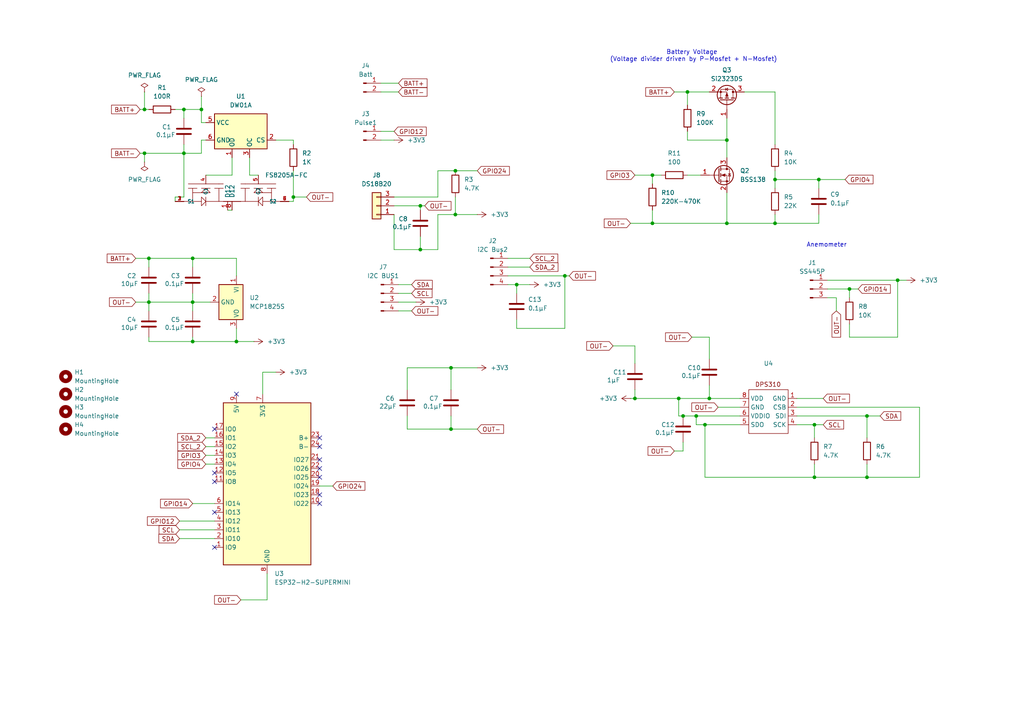
<source format=kicad_sch>
(kicad_sch (version 20250114) (generator "eeschema") (generator_version "9.0")
  (paper "A4")
  (lib_symbols
    (symbol "Battery_Management:DW01A"
      (property "Reference" "U" (at -6.604 6.35 0))
      (property "Value" "DW01A" (at 4.318 6.604 0))
      (symbol "DW01A_0_1"
        (pin power_in line (at -10.16 2.54 0) (length 2.54) (name "VCC") (number "5"))
        (pin power_in line (at -10.16 -2.54 0) (length 2.54) (name "GND") (number "6"))
        (pin output line (at -2.54 -7.62 90) (length 2.54) (name "OD") (number "1"))
        (pin output line (at 2.54 -7.62 90) (length 2.54) (name "OC") (number "3"))
        (pin input line (at 10.16 -2.54 180) (length 2.54) (name "CS") (number "2"))
      )
      (symbol "DW01A_1_1"
        (rectangle (start -7.62 5.08) (end 7.62 -5.08) (stroke (width 0.254)) (fill (type background)))
        (pin no_connect line (at 10.16 2.54 180) (length 2.54) (hide yes) (name "TD") (number "4"))
      )
    )
    (symbol "Connector:Conn_01x02_Pin" (pin_names (offset 1.016) (hide yes))
      (property "Reference" "J" (at 0 2.54 0))
      (property "Value" "Conn_01x02_Pin" (at 0 -5.08 0))
      (symbol "Conn_01x02_Pin_1_1"
        (rectangle (start 0.8636 0.127) (end 0 -0.127) (stroke (width 0.1524)) (fill (type outline)))
        (rectangle (start 0.8636 -2.413) (end 0 -2.667) (stroke (width 0.1524)) (fill (type outline)))
        (polyline (pts (xy 1.27 0) (xy 0.8636 0)) (stroke (width 0.1524)))
        (polyline (pts (xy 1.27 -2.54) (xy 0.8636 -2.54)) (stroke (width 0.1524)))
        (pin passive line (at 5.08 0 180) (length 3.81) (name "Pin_1") (number "1"))
        (pin passive line (at 5.08 -2.54 180) (length 3.81) (name "Pin_2") (number "2"))
      )
    )
    (symbol "Connector:Conn_01x03_Pin" (pin_names (offset 1.016) (hide yes))
      (property "Reference" "J" (at 0 5.08 0))
      (property "Value" "Conn_01x03_Pin" (at 0 -5.08 0))
      (symbol "Conn_01x03_Pin_1_1"
        (rectangle (start 0.8636 2.667) (end 0 2.413) (stroke (width 0.1524)) (fill (type outline)))
        (rectangle (start 0.8636 0.127) (end 0 -0.127) (stroke (width 0.1524)) (fill (type outline)))
        (rectangle (start 0.8636 -2.413) (end 0 -2.667) (stroke (width 0.1524)) (fill (type outline)))
        (polyline (pts (xy 1.27 2.54) (xy 0.8636 2.54)) (stroke (width 0.1524)))
        (polyline (pts (xy 1.27 0) (xy 0.8636 0)) (stroke (width 0.1524)))
        (polyline (pts (xy 1.27 -2.54) (xy 0.8636 -2.54)) (stroke (width 0.1524)))
        (pin passive line (at 5.08 2.54 180) (length 3.81) (name "Pin_1") (number "1"))
        (pin passive line (at 5.08 0 180) (length 3.81) (name "Pin_2") (number "2"))
        (pin passive line (at 5.08 -2.54 180) (length 3.81) (name "Pin_3") (number "3"))
      )
    )
    (symbol "Connector:Conn_01x04_Pin" (pin_names (offset 1.016) (hide yes))
      (property "Reference" "J" (at 0 5.08 0))
      (property "Value" "Conn_01x04_Pin" (at 0 -7.62 0))
      (symbol "Conn_01x04_Pin_1_1"
        (rectangle (start 0.8636 2.667) (end 0 2.413) (stroke (width 0.1524)) (fill (type outline)))
        (rectangle (start 0.8636 0.127) (end 0 -0.127) (stroke (width 0.1524)) (fill (type outline)))
        (rectangle (start 0.8636 -2.413) (end 0 -2.667) (stroke (width 0.1524)) (fill (type outline)))
        (rectangle (start 0.8636 -4.953) (end 0 -5.207) (stroke (width 0.1524)) (fill (type outline)))
        (polyline (pts (xy 1.27 2.54) (xy 0.8636 2.54)) (stroke (width 0.1524)))
        (polyline (pts (xy 1.27 0) (xy 0.8636 0)) (stroke (width 0.1524)))
        (polyline (pts (xy 1.27 -2.54) (xy 0.8636 -2.54)) (stroke (width 0.1524)))
        (polyline (pts (xy 1.27 -5.08) (xy 0.8636 -5.08)) (stroke (width 0.1524)))
        (pin passive line (at 5.08 2.54 180) (length 3.81) (name "Pin_1") (number "1"))
        (pin passive line (at 5.08 0 180) (length 3.81) (name "Pin_2") (number "2"))
        (pin passive line (at 5.08 -2.54 180) (length 3.81) (name "Pin_3") (number "3"))
        (pin passive line (at 5.08 -5.08 180) (length 3.81) (name "Pin_4") (number "4"))
      )
    )
    (symbol "Connector_Generic:Conn_01x03" (pin_names (offset 1.016) (hide yes))
      (property "Reference" "J" (at 0 5.08 0))
      (property "Value" "Conn_01x03" (at 0 -5.08 0))
      (symbol "Conn_01x03_1_1"
        (rectangle (start -1.27 3.81) (end 1.27 -3.81) (stroke (width 0.254)) (fill (type background)))
        (rectangle (start -1.27 2.667) (end 0 2.413) (stroke (width 0.1524)))
        (rectangle (start -1.27 0.127) (end 0 -0.127) (stroke (width 0.1524)))
        (rectangle (start -1.27 -2.413) (end 0 -2.667) (stroke (width 0.1524)))
        (pin passive line (at -5.08 2.54 0) (length 3.81) (name "Pin_1") (number "1"))
        (pin passive line (at -5.08 0 0) (length 3.81) (name "Pin_2") (number "2"))
        (pin passive line (at -5.08 -2.54 0) (length 3.81) (name "Pin_3") (number "3"))
      )
    )
    (symbol "Device:C" (pin_numbers (hide yes)) (pin_names (offset 0.254))
      (property "Reference" "C" (at 0.635 2.54 0))
      (property "Value" "C" (at 0.635 -2.54 0))
      (symbol "C_0_1"
        (polyline (pts (xy -2.032 0.762) (xy 2.032 0.762)) (stroke (width 0.508)))
        (polyline (pts (xy -2.032 -0.762) (xy 2.032 -0.762)) (stroke (width 0.508)))
      )
      (symbol "C_1_1"
        (pin passive line (at 0 3.81 270) (length 2.794) (name "~") (number "1"))
        (pin passive line (at 0 -3.81 90) (length 2.794) (name "~") (number "2"))
      )
    )
    (symbol "Device:R" (pin_numbers (hide yes)) (pin_names (offset 0))
      (property "Reference" "R" (at 2.032 0 90))
      (property "Value" "R" (at 0 0 90))
      (symbol "R_0_1"
        (rectangle (start -1.016 -2.54) (end 1.016 2.54) (stroke (width 0.254)))
      )
      (symbol "R_1_1"
        (pin passive line (at 0 3.81 270) (length 1.27) (name "~") (number "1"))
        (pin passive line (at 0 -3.81 90) (length 1.27) (name "~") (number "2"))
      )
    )
    (symbol "ESP32H2-Supermini:ESP32-S3-MINI-1"
      (property "Reference" "U" (at -11.43 29.21 0))
      (property "Value" "ESP32-H2-SUPERMINI" (at 12.7 29.21 0))
      (symbol "ESP32-S3-MINI-1_0_1"
        (rectangle (start -12.7 27.94) (end 12.7 -19.05) (stroke (width 0.254)) (fill (type background)))
      )
      (symbol "ESP32-S3-MINI-1_1_1"
        (pin bidirectional line (at -15.24 20.32 0) (length 2.54) (name "IO0") (number "17"))
        (pin bidirectional line (at -15.24 17.78 0) (length 2.54) (name "IO1") (number "16"))
        (pin bidirectional line (at -15.24 15.24 0) (length 2.54) (name "IO2") (number "15"))
        (pin bidirectional line (at -15.24 12.7 0) (length 2.54) (name "IO3") (number "14"))
        (pin bidirectional line (at -15.24 10.16 0) (length 2.54) (name "IO4") (number "13"))
        (pin bidirectional line (at -15.24 7.62 0) (length 2.54) (name "IO5") (number "12"))
        (pin bidirectional line (at -15.24 5.08 0) (length 2.54) (name "IO8") (number "11"))
        (pin bidirectional line (at -15.24 -1.27 0) (length 2.54) (name "IO14") (number "6"))
        (pin bidirectional line (at -15.24 -3.81 0) (length 2.54) (name "IO13") (number "5"))
        (pin bidirectional line (at -15.24 -6.35 0) (length 2.54) (name "IO12") (number "4"))
        (pin bidirectional line (at -15.24 -8.89 0) (length 2.54) (name "IO11") (number "3"))
        (pin bidirectional line (at -15.24 -11.43 0) (length 2.54) (name "IO10") (number "2"))
        (pin bidirectional line (at -15.24 -13.97 0) (length 2.54) (name "IO9") (number "1"))
        (pin power_in line (at -8.89 30.48 270) (length 2.54) (name "5V") (number "9"))
        (pin power_in line (at -1.27 30.48 270) (length 2.54) (name "3V3") (number "7"))
        (pin power_out line (at 0 -21.59 90) (length 2.54) (name "GND") (number "8"))
        (pin bidirectional line (at 15.24 17.78 180) (length 2.54) (name "B+") (number "23"))
        (pin bidirectional line (at 15.24 15.24 180) (length 2.54) (name "B-") (number "24"))
        (pin bidirectional line (at 15.24 11.43 180) (length 2.54) (name "IO27") (number "21"))
        (pin bidirectional line (at 15.24 8.89 180) (length 2.54) (name "IO26") (number "22"))
        (pin bidirectional line (at 15.24 6.35 180) (length 2.54) (name "IO25") (number "20"))
        (pin bidirectional line (at 15.24 3.81 180) (length 2.54) (name "IO24") (number "19"))
        (pin bidirectional line (at 15.24 1.27 180) (length 2.54) (name "IO23") (number "18"))
        (pin bidirectional line (at 15.24 -1.27 180) (length 2.54) (name "IO22") (number "10"))
      )
    )
    (symbol "FS8205A:FS8205A-FC" (pin_names (offset 1.016))
      (property "Value" "FS8205A-FC" (at -12.065 13.335 90))
      (symbol "FS8205A-FC_0_1"
        (polyline (pts (xy -6.35 6.35) (xy -7.62 6.35)))
        (polyline (pts (xy -6.35 6.35) (xy -6.35 2.54)))
        (polyline (pts (xy -6.35 6.35) (xy -5.08 6.35)))
        (polyline (pts (xy -3.81 6.35) (xy -2.54 6.35)))
        (polyline (pts (xy -3.81 2.54) (xy -8.89 2.54)))
        (polyline (pts (xy -2.54 6.35) (xy -3.81 5.08) (xy -1.27 5.08) (xy -2.54 6.35)))
        (polyline (pts (xy -2.54 5.08) (xy -6.35 5.08)))
        (polyline (pts (xy -2.54 3.81) (xy -2.54 1.27)))
        (polyline (pts (xy -2.54 2.54) (xy 7.62 2.54)))
        (polyline (pts (xy -2.54 2.54) (xy -3.81 3.81) (xy -3.81 1.27) (xy -2.54 2.54)))
        (polyline (pts (xy -1.27 6.35) (xy -2.54 6.35)))
        (polyline (pts (xy 1.27 7.62) (xy -7.62 7.62)))
        (polyline (pts (xy 1.27 2.54) (xy 1.27 6.35) (xy 0 6.35) (xy 2.54 6.35)))
        (polyline (pts (xy 2.54 7.62) (xy 1.27 7.62)))
        (polyline (pts (xy 7.62 7.62) (xy 8.89 7.62)))
        (polyline (pts (xy 8.89 7.62) (xy 17.78 7.62)))
        (polyline (pts (xy 8.89 2.54) (xy 8.89 6.35) (xy 10.16 6.35) (xy 7.62 6.35)))
        (polyline (pts (xy 11.43 6.35) (xy 12.7 6.35)))
        (polyline (pts (xy 12.7 6.35) (xy 13.97 5.08) (xy 11.43 5.08) (xy 12.7 6.35)))
        (polyline (pts (xy 12.7 5.08) (xy 16.51 5.08)))
        (polyline (pts (xy 12.7 3.81) (xy 12.7 1.27)))
        (polyline (pts (xy 12.7 2.54) (xy 2.54 2.54)))
        (polyline (pts (xy 12.7 2.54) (xy 13.97 3.81) (xy 13.97 1.27) (xy 12.7 2.54)))
        (polyline (pts (xy 13.97 6.35) (xy 12.7 6.35)))
        (polyline (pts (xy 13.97 2.54) (xy 19.05 2.54)))
        (polyline (pts (xy 16.51 6.35) (xy 15.24 6.35)))
        (polyline (pts (xy 16.51 6.35) (xy 16.51 2.54)))
        (polyline (pts (xy 16.51 6.35) (xy 17.78 6.35)))
      )
      (symbol "FS8205A-FC_1_0"
        (pin passive line (at -11.43 2.54 0) (length 2.54) (name "S1") (number "2"))
        (pin passive line (at -11.43 2.54 0) (length 2.54) (name "S1") (number "3"))
        (pin passive line (at -2.54 10.16 270) (length 2.54) (name "G1") (number "4"))
        (pin passive line (at 12.7 10.16 270) (length 2.54) (name "G2") (number "5"))
        (pin passive line (at 21.59 2.54 180) (length 2.54) (name "S2") (number "6"))
        (pin passive line (at 21.59 2.54 180) (length 2.54) (name "S2") (number "7"))
      )
      (symbol "FS8205A-FC_1_1"
        (pin passive line (at 3.81 0 90) (length 2.54) (name "D12") (number "1"))
        (pin passive line (at 5.08 0 90) (length 2.54) (name "D12") (number "8"))
      )
    )
    (symbol "Mechanical:MountingHole" (pin_names (offset 1.016)) (in_bom no)
      (property "Reference" "H" (at 0 5.08 0))
      (property "Value" "MountingHole" (at 0 3.175 0))
      (symbol "MountingHole_0_1"
        (circle (center 0 0) (radius 1.27) (stroke (width 1.27)))
      )
    )
    (symbol "Regulator_Linear:MCP1825S"
      (property "Reference" "U" (at -3.81 3.175 0))
      (property "Value" "MCP1825S" (at 0 3.175 0))
      (symbol "MCP1825S_0_1"
        (rectangle (start -5.08 1.905) (end 5.08 -5.08) (stroke (width 0.254)) (fill (type background)))
      )
      (symbol "MCP1825S_1_1"
        (pin power_in line (at -7.62 0 0) (length 2.54) (name "VI") (number "1"))
        (pin power_in line (at 0 -7.62 90) (length 2.54) (name "GND") (number "2"))
        (pin power_out line (at 7.62 0 180) (length 2.54) (name "VO") (number "3"))
      )
    )
    (symbol "Transistor_FET:BSS138" (pin_names (offset 0) (hide yes))
      (property "Reference" "Q" (at 5.08 1.905 0))
      (property "Value" "BSS138" (at 5.08 0 0))
      (symbol "BSS138_0_1"
        (polyline (pts (xy 0.254 1.905) (xy 0.254 -1.905)) (stroke (width 0.254)))
        (polyline (pts (xy 0.254 0) (xy -2.54 0)))
        (polyline (pts (xy 0.762 2.286) (xy 0.762 1.27)) (stroke (width 0.254)))
        (polyline (pts (xy 0.762 0.508) (xy 0.762 -0.508)) (stroke (width 0.254)))
        (polyline (pts (xy 0.762 -1.27) (xy 0.762 -2.286)) (stroke (width 0.254)))
        (polyline (pts (xy 0.762 -1.778) (xy 3.302 -1.778) (xy 3.302 1.778) (xy 0.762 1.778)))
        (polyline (pts (xy 1.016 0) (xy 2.032 0.381) (xy 2.032 -0.381) (xy 1.016 0)) (fill (type outline)))
        (circle (center 1.651 0) (radius 2.794) (stroke (width 0.254)))
        (polyline (pts (xy 2.54 2.54) (xy 2.54 1.778)))
        (circle (center 2.54 1.778) (radius 0.254) (fill (type outline)))
        (circle (center 2.54 -1.778) (radius 0.254) (fill (type outline)))
        (polyline (pts (xy 2.54 -2.54) (xy 2.54 0) (xy 0.762 0)))
        (polyline (pts (xy 2.921 0.381) (xy 3.683 0.381)))
        (polyline (pts (xy 3.302 0.381) (xy 2.921 -0.254) (xy 3.683 -0.254) (xy 3.302 0.381)))
      )
      (symbol "BSS138_1_1"
        (pin input line (at -5.08 0 0) (length 2.54) (name "G") (number "1"))
        (pin passive line (at 2.54 5.08 270) (length 2.54) (name "D") (number "3"))
        (pin passive line (at 2.54 -5.08 90) (length 2.54) (name "S") (number "2"))
      )
    )
    (symbol "Transistor_FET:Q_PMOS_GSD" (pin_names (offset 0) (hide yes))
      (property "Reference" "Q" (at 5.08 1.905 0))
      (property "Value" "Q_PMOS_GSD" (at 5.08 0 0))
      (symbol "Q_PMOS_GSD_0_1"
        (polyline (pts (xy 0.254 1.905) (xy 0.254 -1.905)) (stroke (width 0.254)))
        (polyline (pts (xy 0.254 0) (xy -2.54 0)))
        (polyline (pts (xy 0.762 2.286) (xy 0.762 1.27)) (stroke (width 0.254)))
        (polyline (pts (xy 0.762 1.778) (xy 3.302 1.778) (xy 3.302 -1.778) (xy 0.762 -1.778)))
        (polyline (pts (xy 0.762 0.508) (xy 0.762 -0.508)) (stroke (width 0.254)))
        (polyline (pts (xy 0.762 -1.27) (xy 0.762 -2.286)) (stroke (width 0.254)))
        (circle (center 1.651 0) (radius 2.794) (stroke (width 0.254)))
        (polyline (pts (xy 2.286 0) (xy 1.27 0.381) (xy 1.27 -0.381) (xy 2.286 0)) (fill (type outline)))
        (polyline (pts (xy 2.54 2.54) (xy 2.54 1.778)))
        (circle (center 2.54 1.778) (radius 0.254) (fill (type outline)))
        (circle (center 2.54 -1.778) (radius 0.254) (fill (type outline)))
        (polyline (pts (xy 2.54 -2.54) (xy 2.54 0) (xy 0.762 0)))
        (polyline (pts (xy 2.921 -0.381) (xy 3.683 -0.381)))
        (polyline (pts (xy 3.302 -0.381) (xy 2.921 0.254) (xy 3.683 0.254) (xy 3.302 -0.381)))
      )
      (symbol "Q_PMOS_GSD_1_1"
        (pin input line (at -5.08 0 0) (length 2.54) (name "G") (number "1"))
        (pin passive line (at 2.54 5.08 270) (length 2.54) (name "D") (number "3"))
        (pin passive line (at 2.54 -5.08 90) (length 2.54) (name "S") (number "2"))
      )
    )
    (symbol "caelum:DPS310"
      (property "Reference" "U" (at 0 -7.112 0))
      (symbol "DPS310_0_1"
        (rectangle (start -6.35 7.62) (end 5.08 -5.08))
      )
      (symbol "DPS310_1_1"
        (text "DPS310" (at -0.762 9.144 0) (effects (font (size 1.27 1.27))))
        (pin power_in line (at -8.89 5.08 0) (length 2.54) (name "VDD") (number "8"))
        (pin power_in line (at -8.89 2.54 0) (length 2.54) (name "GND") (number "7"))
        (pin power_in line (at -8.89 0 0) (length 2.54) (name "VDDIO") (number "6"))
        (pin input line (at -8.89 -2.54 0) (length 2.54) (name "SDO") (number "5"))
        (pin power_in line (at 7.62 5.08 180) (length 2.54) (name "GND") (number "1"))
        (pin input line (at 7.62 2.54 180) (length 2.54) (name "CSB") (number "2"))
        (pin bidirectional line (at 7.62 0 180) (length 2.54) (name "SDI") (number "3"))
        (pin input line (at 7.62 -2.54 180) (length 2.54) (name "SCK") (number "4"))
      )
    )
    (symbol "power:+3V3" (power) (pin_numbers (hide yes)) (pin_names (offset 0) (hide yes))
      (property "Value" "+3V3" (at 0 3.556 0))
      (symbol "+3V3_0_1"
        (polyline (pts (xy -0.762 1.27) (xy 0 2.54)))
        (polyline (pts (xy 0 2.54) (xy 0.762 1.27)))
        (polyline (pts (xy 0 0) (xy 0 2.54)))
      )
      (symbol "+3V3_1_1"
        (pin power_in line (at 0 0 90) (length 0) (name "~") (number "1"))
      )
    )
    (symbol "power:PWR_FLAG" (power) (pin_numbers (hide yes)) (pin_names (offset 0) (hide yes))
      (property "Value" "PWR_FLAG" (at 0 3.81 0))
      (symbol "PWR_FLAG_0_0"
        (pin power_out line (at 0 0 90) (length 0) (name "~") (number "1"))
      )
      (symbol "PWR_FLAG_0_1"
        (polyline (pts (xy 0 0) (xy 0 1.27) (xy -1.016 1.905) (xy 0 2.54) (xy 1.016 1.905) (xy 0 1.27)))
      )
    )
  )
  (text "Anemometer" (at 239.776 71.12 0) (effects (font (size 1.27 1.27))))
  (text "Battery Voltage \n(Voltage divider driven by P-Mosfet + N-Mosfet)" (at 201.168 16.256 0) (effects (font (size 1.27 1.27))))
  (junction (at 189.23 64.77))
  (junction (at 205.74 115.57))
  (junction (at 237.49 52.07))
  (junction (at 41.91 44.45))
  (junction (at 199.39 26.67))
  (junction (at 68.58 99.06))
  (junction (at 204.47 123.19))
  (junction (at 196.85 115.57))
  (junction (at 246.38 83.82))
  (junction (at 163.83 80.01))
  (junction (at 260.35 81.28))
  (junction (at 130.81 106.68))
  (junction (at 41.91 31.75))
  (junction (at 224.79 52.07))
  (junction (at 210.82 64.77))
  (junction (at 121.92 59.69))
  (junction (at 55.88 99.06))
  (junction (at 130.81 124.46))
  (junction (at 201.93 120.65))
  (junction (at 251.46 120.65))
  (junction (at 85.09 57.15))
  (junction (at 236.22 138.43))
  (junction (at 198.12 120.65))
  (junction (at 58.42 31.75))
  (junction (at 132.08 62.23))
  (junction (at 149.86 82.55))
  (junction (at 53.34 44.45))
  (junction (at 121.92 72.39))
  (junction (at 210.82 40.64))
  (junction (at 43.18 74.93))
  (junction (at 55.88 74.93))
  (junction (at 184.15 115.57))
  (junction (at 55.88 87.63))
  (junction (at 189.23 50.8))
  (junction (at 224.79 64.77))
  (junction (at 236.22 123.19))
  (junction (at 132.08 49.53))
  (junction (at 43.18 87.63))
  (junction (at 251.46 138.43))
  (junction (at 53.34 31.75))
  (no_connect (at 92.71 138.43))
  (no_connect (at 62.23 139.7))
  (no_connect (at 62.23 158.75))
  (no_connect (at 92.71 146.05))
  (no_connect (at 92.71 135.89))
  (no_connect (at 92.71 127))
  (no_connect (at 62.23 137.16))
  (no_connect (at 68.58 114.3))
  (no_connect (at 62.23 124.46))
  (no_connect (at 62.23 148.59))
  (no_connect (at 92.71 129.54))
  (no_connect (at 92.71 133.35))
  (no_connect (at 92.71 143.51))
  (wire (pts (xy 149.86 95.25) (xy 163.83 95.25)))
  (wire (pts (xy 85.09 57.15) (xy 88.9 57.15)))
  (wire (pts (xy 251.46 120.65) (xy 251.46 127)))
  (wire (pts (xy 205.74 111.76) (xy 205.74 115.57)))
  (wire (pts (xy 50.8 57.15) (xy 53.34 57.15)))
  (wire (pts (xy 215.9 26.67) (xy 224.79 26.67)))
  (wire (pts (xy 236.22 138.43) (xy 204.47 138.43)))
  (wire (pts (xy 246.38 83.82) (xy 248.92 83.82)))
  (wire (pts (xy 251.46 134.62) (xy 251.46 138.43)))
  (wire (pts (xy 39.37 87.63) (xy 43.18 87.63)))
  (wire (pts (xy 266.7 118.11) (xy 266.7 138.43)))
  (wire (pts (xy 127 57.15) (xy 127 49.53)))
  (wire (pts (xy 149.86 82.55) (xy 149.86 85.09)))
  (wire (pts (xy 76.2 107.95) (xy 80.01 107.95)))
  (wire (pts (xy 110.49 26.67) (xy 115.57 26.67)))
  (wire (pts (xy 195.58 26.67) (xy 199.39 26.67)))
  (wire (pts (xy 43.18 74.93) (xy 43.18 77.47)))
  (wire (pts (xy 59.69 129.54) (xy 62.23 129.54)))
  (wire (pts (xy 53.34 31.75) (xy 58.42 31.75)))
  (wire (pts (xy 196.85 120.65) (xy 196.85 115.57)))
  (wire (pts (xy 196.85 115.57) (xy 205.74 115.57)))
  (wire (pts (xy 189.23 50.8) (xy 191.77 50.8)))
  (wire (pts (xy 114.3 59.69) (xy 121.92 59.69)))
  (wire (pts (xy 199.39 40.64) (xy 210.82 40.64)))
  (wire (pts (xy 204.47 123.19) (xy 201.93 123.19)))
  (wire (pts (xy 58.42 35.56) (xy 59.69 35.56)))
  (wire (pts (xy 130.81 106.68) (xy 138.43 106.68)))
  (wire (pts (xy 199.39 26.67) (xy 205.74 26.67)))
  (wire (pts (xy 43.18 99.06) (xy 43.18 97.79)))
  (wire (pts (xy 92.71 140.97) (xy 96.52 140.97)))
  (wire (pts (xy 68.58 99.06) (xy 73.66 99.06)))
  (wire (pts (xy 224.79 52.07) (xy 224.79 54.61)))
  (wire (pts (xy 40.64 31.75) (xy 41.91 31.75)))
  (wire (pts (xy 50.8 31.75) (xy 53.34 31.75)))
  (wire (pts (xy 127 49.53) (xy 132.08 49.53)))
  (wire (pts (xy 251.46 120.65) (xy 255.27 120.65)))
  (wire (pts (xy 41.91 31.75) (xy 43.18 31.75)))
  (wire (pts (xy 43.18 99.06) (xy 55.88 99.06)))
  (wire (pts (xy 50.8 58.42) (xy 50.8 57.15)))
  (wire (pts (xy 58.42 40.64) (xy 58.42 44.45)))
  (wire (pts (xy 199.39 38.1) (xy 199.39 40.64)))
  (wire (pts (xy 83.82 58.42) (xy 85.09 58.42)))
  (wire (pts (xy 237.49 52.07) (xy 245.11 52.07)))
  (wire (pts (xy 41.91 44.45) (xy 53.34 44.45)))
  (wire (pts (xy 260.35 81.28) (xy 262.89 81.28)))
  (wire (pts (xy 251.46 138.43) (xy 236.22 138.43)))
  (wire (pts (xy 118.11 124.46) (xy 118.11 120.65)))
  (wire (pts (xy 224.79 52.07) (xy 237.49 52.07)))
  (wire (pts (xy 59.69 40.64) (xy 58.42 40.64)))
  (wire (pts (xy 214.63 120.65) (xy 201.93 120.65)))
  (wire (pts (xy 130.81 124.46) (xy 118.11 124.46)))
  (wire (pts (xy 55.88 85.09) (xy 55.88 87.63)))
  (wire (pts (xy 189.23 64.77) (xy 210.82 64.77)))
  (wire (pts (xy 132.08 62.23) (xy 127 62.23)))
  (wire (pts (xy 195.58 130.81) (xy 198.12 130.81)))
  (wire (pts (xy 246.38 83.82) (xy 246.38 86.36)))
  (wire (pts (xy 115.57 87.63) (xy 120.65 87.63)))
  (wire (pts (xy 55.88 87.63) (xy 60.96 87.63)))
  (wire (pts (xy 52.07 151.13) (xy 62.23 151.13)))
  (wire (pts (xy 59.69 132.08) (xy 62.23 132.08)))
  (wire (pts (xy 55.88 99.06) (xy 68.58 99.06)))
  (wire (pts (xy 224.79 64.77) (xy 237.49 64.77)))
  (wire (pts (xy 231.14 118.11) (xy 266.7 118.11)))
  (wire (pts (xy 231.14 123.19) (xy 236.22 123.19)))
  (wire (pts (xy 55.88 77.47) (xy 55.88 74.93)))
  (wire (pts (xy 130.81 120.65) (xy 130.81 124.46)))
  (wire (pts (xy 68.58 80.01) (xy 68.58 74.93)))
  (wire (pts (xy 204.47 138.43) (xy 204.47 123.19)))
  (wire (pts (xy 58.42 27.94) (xy 58.42 31.75)))
  (wire (pts (xy 231.14 120.65) (xy 251.46 120.65)))
  (wire (pts (xy 147.32 77.47) (xy 153.67 77.47)))
  (wire (pts (xy 184.15 113.03) (xy 184.15 115.57)))
  (wire (pts (xy 43.18 87.63) (xy 43.18 90.17)))
  (wire (pts (xy 59.69 127) (xy 62.23 127)))
  (wire (pts (xy 224.79 64.77) (xy 224.79 62.23)))
  (wire (pts (xy 58.42 44.45) (xy 53.34 44.45)))
  (wire (pts (xy 41.91 26.67) (xy 41.91 31.75)))
  (wire (pts (xy 114.3 62.23) (xy 114.3 72.39)))
  (wire (pts (xy 236.22 134.62) (xy 236.22 138.43)))
  (wire (pts (xy 132.08 49.53) (xy 138.43 49.53)))
  (wire (pts (xy 182.88 115.57) (xy 184.15 115.57)))
  (wire (pts (xy 43.18 85.09) (xy 43.18 87.63)))
  (wire (pts (xy 210.82 34.29) (xy 210.82 40.64)))
  (wire (pts (xy 118.11 106.68) (xy 130.81 106.68)))
  (wire (pts (xy 121.92 72.39) (xy 121.92 68.58)))
  (wire (pts (xy 85.09 40.64) (xy 85.09 41.91)))
  (wire (pts (xy 121.92 59.69) (xy 121.92 60.96)))
  (wire (pts (xy 130.81 106.68) (xy 130.81 113.03)))
  (wire (pts (xy 53.34 57.15) (xy 53.34 44.45)))
  (wire (pts (xy 66.04 60.96) (xy 67.31 60.96)))
  (wire (pts (xy 242.57 86.36) (xy 240.03 86.36)))
  (wire (pts (xy 115.57 82.55) (xy 119.38 82.55)))
  (wire (pts (xy 236.22 123.19) (xy 236.22 127)))
  (wire (pts (xy 40.64 44.45) (xy 41.91 44.45)))
  (wire (pts (xy 208.28 118.11) (xy 214.63 118.11)))
  (wire (pts (xy 43.18 87.63) (xy 55.88 87.63)))
  (wire (pts (xy 199.39 26.67) (xy 199.39 30.48)))
  (wire (pts (xy 189.23 50.8) (xy 189.23 53.34)))
  (wire (pts (xy 114.3 72.39) (xy 121.92 72.39)))
  (wire (pts (xy 69.85 173.99) (xy 77.47 173.99)))
  (wire (pts (xy 189.23 60.96) (xy 189.23 64.77)))
  (wire (pts (xy 72.39 50.8) (xy 72.39 45.72)))
  (wire (pts (xy 80.01 40.64) (xy 85.09 40.64)))
  (wire (pts (xy 53.34 41.91) (xy 53.34 44.45)))
  (wire (pts (xy 205.74 104.14) (xy 205.74 97.79)))
  (wire (pts (xy 77.47 173.99) (xy 77.47 166.37)))
  (wire (pts (xy 55.88 87.63) (xy 55.88 90.17)))
  (wire (pts (xy 198.12 120.65) (xy 201.93 120.65)))
  (wire (pts (xy 242.57 90.17) (xy 242.57 86.36)))
  (wire (pts (xy 55.88 146.05) (xy 62.23 146.05)))
  (wire (pts (xy 184.15 100.33) (xy 184.15 105.41)))
  (wire (pts (xy 182.88 64.77) (xy 189.23 64.77)))
  (wire (pts (xy 149.86 92.71) (xy 149.86 95.25)))
  (wire (pts (xy 240.03 83.82) (xy 246.38 83.82)))
  (wire (pts (xy 199.39 50.8) (xy 203.2 50.8)))
  (wire (pts (xy 52.07 153.67) (xy 62.23 153.67)))
  (wire (pts (xy 163.83 80.01) (xy 165.1 80.01)))
  (wire (pts (xy 147.32 74.93) (xy 153.67 74.93)))
  (wire (pts (xy 132.08 57.15) (xy 132.08 62.23)))
  (wire (pts (xy 52.07 156.21) (xy 62.23 156.21)))
  (wire (pts (xy 266.7 138.43) (xy 251.46 138.43)))
  (wire (pts (xy 163.83 95.25) (xy 163.83 80.01)))
  (wire (pts (xy 210.82 40.64) (xy 210.82 45.72)))
  (wire (pts (xy 210.82 55.88) (xy 210.82 64.77)))
  (wire (pts (xy 85.09 58.42) (xy 85.09 57.15)))
  (wire (pts (xy 236.22 123.19) (xy 238.76 123.19)))
  (wire (pts (xy 138.43 62.23) (xy 132.08 62.23)))
  (wire (pts (xy 260.35 97.79) (xy 260.35 81.28)))
  (wire (pts (xy 127 62.23) (xy 127 72.39)))
  (wire (pts (xy 205.74 97.79) (xy 200.66 97.79)))
  (wire (pts (xy 224.79 49.53) (xy 224.79 52.07)))
  (wire (pts (xy 240.03 81.28) (xy 260.35 81.28)))
  (wire (pts (xy 147.32 80.01) (xy 163.83 80.01)))
  (wire (pts (xy 76.2 114.3) (xy 76.2 107.95)))
  (wire (pts (xy 41.91 44.45) (xy 41.91 46.99)))
  (wire (pts (xy 114.3 57.15) (xy 127 57.15)))
  (wire (pts (xy 43.18 74.93) (xy 55.88 74.93)))
  (wire (pts (xy 74.93 50.8) (xy 72.39 50.8)))
  (wire (pts (xy 138.43 124.46) (xy 130.81 124.46)))
  (wire (pts (xy 115.57 85.09) (xy 119.38 85.09)))
  (wire (pts (xy 115.57 90.17) (xy 119.38 90.17)))
  (wire (pts (xy 198.12 130.81) (xy 198.12 128.27)))
  (wire (pts (xy 147.32 82.55) (xy 149.86 82.55)))
  (wire (pts (xy 231.14 115.57) (xy 238.76 115.57)))
  (wire (pts (xy 127 72.39) (xy 121.92 72.39)))
  (wire (pts (xy 196.85 120.65) (xy 198.12 120.65)))
  (wire (pts (xy 149.86 82.55) (xy 153.67 82.55)))
  (wire (pts (xy 121.92 59.69) (xy 123.19 59.69)))
  (wire (pts (xy 59.69 134.62) (xy 62.23 134.62)))
  (wire (pts (xy 67.31 50.8) (xy 59.69 50.8)))
  (wire (pts (xy 67.31 45.72) (xy 67.31 50.8)))
  (wire (pts (xy 201.93 123.19) (xy 201.93 120.65)))
  (wire (pts (xy 43.18 74.93) (xy 39.37 74.93)))
  (wire (pts (xy 237.49 64.77) (xy 237.49 62.23)))
  (wire (pts (xy 224.79 26.67) (xy 224.79 41.91)))
  (wire (pts (xy 68.58 95.25) (xy 68.58 99.06)))
  (wire (pts (xy 110.49 38.1) (xy 114.3 38.1)))
  (wire (pts (xy 214.63 123.19) (xy 204.47 123.19)))
  (wire (pts (xy 177.8 100.33) (xy 184.15 100.33)))
  (wire (pts (xy 58.42 31.75) (xy 58.42 35.56)))
  (wire (pts (xy 110.49 40.64) (xy 114.3 40.64)))
  (wire (pts (xy 110.49 24.13) (xy 115.57 24.13)))
  (wire (pts (xy 85.09 49.53) (xy 85.09 57.15)))
  (wire (pts (xy 210.82 64.77) (xy 224.79 64.77)))
  (wire (pts (xy 246.38 93.98) (xy 246.38 97.79)))
  (wire (pts (xy 237.49 52.07) (xy 237.49 54.61)))
  (wire (pts (xy 53.34 31.75) (xy 53.34 34.29)))
  (wire (pts (xy 55.88 74.93) (xy 68.58 74.93)))
  (wire (pts (xy 118.11 113.03) (xy 118.11 106.68)))
  (wire (pts (xy 184.15 115.57) (xy 196.85 115.57)))
  (wire (pts (xy 246.38 97.79) (xy 260.35 97.79)))
  (wire (pts (xy 205.74 115.57) (xy 214.63 115.57)))
  (wire (pts (xy 55.88 99.06) (xy 55.88 97.79)))
  (wire (pts (xy 184.15 50.8) (xy 189.23 50.8)))
  (global_label "SDA_2" (shape input) (at 59.69 127 180) (property "Intersheetrefs" "${INTERSHEET_REFS}" (effects (hide yes))))
  (global_label "SCL" (shape input) (at 119.38 85.09 0) (property "Intersheetrefs" "${INTERSHEET_REFS}" (effects (hide yes))))
  (global_label "OUT-" (shape input) (at 39.37 87.63 180) (property "Intersheetrefs" "${INTERSHEET_REFS}" (effects (hide yes))))
  (global_label "OUT-" (shape input) (at 200.66 97.79 180) (property "Intersheetrefs" "${INTERSHEET_REFS}" (effects (hide yes))))
  (global_label "GPIO4" (shape input) (at 59.69 134.62 180) (property "Intersheetrefs" "${INTERSHEET_REFS}" (effects (hide yes))))
  (global_label "OUT-" (shape input) (at 69.85 173.99 180) (property "Intersheetrefs" "${INTERSHEET_REFS}" (effects (hide yes))))
  (global_label "OUT-" (shape input) (at 165.1 80.01 0) (property "Intersheetrefs" "${INTERSHEET_REFS}" (effects (hide yes))))
  (global_label "OUT-" (shape input) (at 195.58 130.81 180) (property "Intersheetrefs" "${INTERSHEET_REFS}" (effects (hide yes))))
  (global_label "SDA" (shape input) (at 255.27 120.65 0) (property "Intersheetrefs" "${INTERSHEET_REFS}" (effects (hide yes))))
  (global_label "SDA_2" (shape input) (at 153.67 77.47 0) (property "Intersheetrefs" "${INTERSHEET_REFS}" (effects (hide yes))))
  (global_label "GPIO14" (shape input) (at 248.92 83.82 0) (property "Intersheetrefs" "${INTERSHEET_REFS}" (effects (hide yes))))
  (global_label "GPIO24" (shape input) (at 96.52 140.97 0) (property "Intersheetrefs" "${INTERSHEET_REFS}" (effects (hide yes))))
  (global_label "OUT-" (shape input) (at 182.88 64.77 180) (property "Intersheetrefs" "${INTERSHEET_REFS}" (effects (hide yes))))
  (global_label "SCL_2" (shape input) (at 153.67 74.93 0) (property "Intersheetrefs" "${INTERSHEET_REFS}" (effects (hide yes))))
  (global_label "GPIO14" (shape input) (at 55.88 146.05 180) (property "Intersheetrefs" "${INTERSHEET_REFS}" (effects (hide yes))))
  (global_label "GPIO3" (shape input) (at 184.15 50.8 180) (property "Intersheetrefs" "${INTERSHEET_REFS}" (effects (hide yes))))
  (global_label "OUT-" (shape input) (at 119.38 90.17 0) (property "Intersheetrefs" "${INTERSHEET_REFS}" (effects (hide yes))))
  (global_label "OUT-" (shape input) (at 177.8 100.33 180) (property "Intersheetrefs" "${INTERSHEET_REFS}" (effects (hide yes))))
  (global_label "GPIO4" (shape input) (at 245.11 52.07 0) (property "Intersheetrefs" "${INTERSHEET_REFS}" (effects (hide yes))))
  (global_label "BATT-" (shape input) (at 40.64 44.45 180) (property "Intersheetrefs" "${INTERSHEET_REFS}" (effects (hide yes))))
  (global_label "SDA" (shape input) (at 119.38 82.55 0) (property "Intersheetrefs" "${INTERSHEET_REFS}" (effects (hide yes))))
  (global_label "GPIO24" (shape input) (at 138.43 49.53 0) (property "Intersheetrefs" "${INTERSHEET_REFS}" (effects (hide yes))))
  (global_label "BATT+" (shape input) (at 39.37 74.93 180) (property "Intersheetrefs" "${INTERSHEET_REFS}" (effects (hide yes))))
  (global_label "OUT-" (shape input) (at 88.9 57.15 0) (property "Intersheetrefs" "${INTERSHEET_REFS}" (effects (hide yes))))
  (global_label "BATT-" (shape input) (at 115.57 26.67 0) (property "Intersheetrefs" "${INTERSHEET_REFS}" (effects (hide yes))))
  (global_label "OUT-" (shape input) (at 123.19 59.69 0) (property "Intersheetrefs" "${INTERSHEET_REFS}" (effects (hide yes))))
  (global_label "BATT+" (shape input) (at 115.57 24.13 0) (property "Intersheetrefs" "${INTERSHEET_REFS}" (effects (hide yes))))
  (global_label "BATT+" (shape input) (at 40.64 31.75 180) (property "Intersheetrefs" "${INTERSHEET_REFS}" (effects (hide yes))))
  (global_label "SCL_2" (shape input) (at 59.69 129.54 180) (property "Intersheetrefs" "${INTERSHEET_REFS}" (effects (hide yes))))
  (global_label "GPIO3" (shape input) (at 59.69 132.08 180) (property "Intersheetrefs" "${INTERSHEET_REFS}" (effects (hide yes))))
  (global_label "SDA" (shape input) (at 52.07 156.21 180) (property "Intersheetrefs" "${INTERSHEET_REFS}" (effects (hide yes))))
  (global_label "OUT-" (shape input) (at 242.57 90.17 270) (property "Intersheetrefs" "${INTERSHEET_REFS}" (effects (hide yes))))
  (global_label "BATT+" (shape input) (at 195.58 26.67 180) (property "Intersheetrefs" "${INTERSHEET_REFS}" (effects (hide yes))))
  (global_label "SCL" (shape input) (at 238.76 123.19 0) (property "Intersheetrefs" "${INTERSHEET_REFS}" (effects (hide yes))))
  (global_label "SCL" (shape input) (at 52.07 153.67 180) (property "Intersheetrefs" "${INTERSHEET_REFS}" (effects (hide yes))))
  (global_label "OUT-" (shape input) (at 138.43 124.46 0) (property "Intersheetrefs" "${INTERSHEET_REFS}" (effects (hide yes))))
  (global_label "GPIO12" (shape input) (at 52.07 151.13 180) (property "Intersheetrefs" "${INTERSHEET_REFS}" (effects (hide yes))))
  (global_label "GPIO12" (shape input) (at 114.3 38.1 0) (property "Intersheetrefs" "${INTERSHEET_REFS}" (effects (hide yes))))
  (global_label "OUT-" (shape input) (at 238.76 115.57 0) (property "Intersheetrefs" "${INTERSHEET_REFS}" (effects (hide yes))))
  (global_label "OUT-" (shape input) (at 208.28 118.11 180) (property "Intersheetrefs" "${INTERSHEET_REFS}" (effects (hide yes))))
  (symbol (lib_id "Mechanical:MountingHole") (at 19.05 114.3 0) (unit 1) (in_bom no)
    (property "Reference" "H2" (at 21.59 113.0299 0) (effects (justify left)))
    (property "Value" "MountingHole" (at 21.59 115.5699 0) (effects (justify left)))
    (property "Footprint" "MountingHole:MountingHole_2.2mm_M2" (effects (hide yes)))
    (property "Description" "Mounting Hole without connection" (effects (hide yes)))
  )
  (symbol (lib_id "Regulator_Linear:MCP1825S") (at 68.58 87.63 270) (unit 1)
    (property "Reference" "U2" (at 72.39 86.3599 90) (effects (justify left)))
    (property "Value" "MCP1825S" (at 72.39 88.8999 90) (effects (justify left)))
    (property "Footprint" "Package_TO_SOT_SMD:SOT-223-3_TabPin2" (effects (hide yes)))
    (property "Datasheet" "http://ww1.microchip.com/downloads/en/devicedoc/22056b.pdf" (effects (hide yes)))
    (property "Description" "500mA, Low-Voltage, Low Quiescent Current LDO Regulator, SOT-223, TO-220, TO-263" (effects (hide yes)))
  )
  (symbol (lib_id "Connector:Conn_01x03_Pin") (at 234.95 83.82 0) (unit 1)
    (property "Reference" "J1" (at 235.585 76.2 0))
    (property "Value" "SS445P" (at 235.585 78.74 0))
    (property "Footprint" "Connector_Hirose:Hirose_DF13C_CL535-0403-5-51_1x03-1MP_P1.25mm_Vertical" (effects (hide yes)))
    (property "Description" "Generic connector, single row, 01x03, script generated" (effects (hide yes)))
  )
  (symbol (lib_id "Connector:Conn_01x04_Pin") (at 142.24 77.47 0) (unit 1)
    (property "Reference" "J2" (at 142.875 69.85 0))
    (property "Value" "i2C Bus2" (at 142.875 72.39 0))
    (property "Footprint" "Connector_JST:JST_PH_B4B-PH-SM4-TB_1x04-1MP_P2.00mm_Vertical" (effects (hide yes)))
    (property "Description" "Generic connector, single row, 01x04, script generated" (effects (hide yes)))
  )
  (symbol (lib_id "power:+3V3") (at 182.88 115.57 90) (unit 1)
    (property "Reference" "#PWR08" (effects (hide yes)))
    (property "Value" "+3V3" (at 179.07 115.5699 90) (effects (justify left)))
    (property "Description" "Power symbol creates a global label with name \"+3V3\"" (effects (hide yes)))
  )
  (symbol (lib_id "Device:R") (at 246.38 90.17 180) (unit 1)
    (property "Reference" "R8" (at 248.92 88.8999 0) (effects (justify right)))
    (property "Value" "10K" (at 248.92 91.4399 0) (effects (justify right)))
    (property "Footprint" "Resistor_SMD:R_0805_2012Metric" (effects (hide yes)))
    (property "Description" "Resistor" (effects (hide yes)))
  )
  (symbol (lib_id "Device:C") (at 43.18 93.98 0) (unit 1)
    (property "Reference" "C4" (at 36.83 92.71 0) (effects (justify left)))
    (property "Value" "10µF" (at 35.052 94.996 0) (effects (justify left)))
    (property "Footprint" "Capacitor_SMD:C_0805_2012Metric" (effects (hide yes)))
    (property "Description" "Unpolarized capacitor" (effects (hide yes)))
  )
  (symbol (lib_id "Device:R") (at 224.79 45.72 180) (unit 1)
    (property "Reference" "R4" (at 227.33 44.4499 0) (effects (justify right)))
    (property "Value" "10K" (at 227.33 46.9899 0) (effects (justify right)))
    (property "Footprint" "Resistor_SMD:R_0805_2012Metric" (effects (hide yes)))
    (property "Description" "Resistor" (effects (hide yes)))
  )
  (symbol (lib_id "Device:R") (at 46.99 31.75 90) (unit 1)
    (property "Reference" "R1" (at 46.99 25.4 90))
    (property "Value" "100R" (at 46.99 27.94 90))
    (property "Footprint" "Resistor_SMD:R_0805_2012Metric" (effects (hide yes)))
    (property "Description" "Resistor" (effects (hide yes)))
  )
  (symbol (lib_id "Mechanical:MountingHole") (at 19.05 124.46 0) (unit 1) (in_bom no)
    (property "Reference" "H4" (at 21.59 123.1899 0) (effects (justify left)))
    (property "Value" "MountingHole" (at 21.59 125.7299 0) (effects (justify left)))
    (property "Footprint" "MountingHole:MountingHole_2.2mm_M2" (effects (hide yes)))
    (property "Description" "Mounting Hole without connection" (effects (hide yes)))
  )
  (symbol (lib_id "Device:C") (at 53.34 38.1 0) (unit 1)
    (property "Reference" "C1" (at 46.99 36.83 0) (effects (justify left)))
    (property "Value" "0.1µF" (at 45.212 39.116 0) (effects (justify left)))
    (property "Footprint" "Capacitor_SMD:C_0805_2012Metric" (effects (hide yes)))
    (property "Description" "Unpolarized capacitor" (effects (hide yes)))
  )
  (symbol (lib_id "power:PWR_FLAG") (at 58.42 27.94 0) (unit 1)
    (property "Reference" "#FLG01" (effects (hide yes)))
    (property "Value" "PWR_FLAG" (at 58.42 23.114 0))
    (property "Description" "Special symbol for telling ERC where power comes from" (effects (hide yes)))
  )
  (symbol (lib_id "Device:C") (at 118.11 116.84 0) (unit 1)
    (property "Reference" "C6" (at 111.76 115.57 0) (effects (justify left)))
    (property "Value" "22µF" (at 109.982 117.856 0) (effects (justify left)))
    (property "Footprint" "Capacitor_SMD:C_0805_2012Metric" (effects (hide yes)))
    (property "Description" "Unpolarized capacitor" (effects (hide yes)))
  )
  (symbol (lib_id "power:+3V3") (at 73.66 99.06 270) (unit 1)
    (property "Reference" "#PWR01" (effects (hide yes)))
    (property "Value" "+3V3" (at 77.47 99.0599 90) (effects (justify left)))
    (property "Description" "Power symbol creates a global label with name \"+3V3\"" (effects (hide yes)))
  )
  (symbol (lib_id "Device:R") (at 132.08 53.34 180) (unit 1)
    (property "Reference" "R3" (at 134.62 52.0699 0) (effects (justify right)))
    (property "Value" "4.7K" (at 134.62 54.6099 0) (effects (justify right)))
    (property "Footprint" "Resistor_SMD:R_0805_2012Metric" (effects (hide yes)))
    (property "Description" "Resistor" (effects (hide yes)))
  )
  (symbol (lib_id "power:+3V3") (at 120.65 87.63 270) (unit 1)
    (property "Reference" "#PWR05" (effects (hide yes)))
    (property "Value" "+3V3" (at 124.46 87.6299 90) (effects (justify left)))
    (property "Description" "Power symbol creates a global label with name \"+3V3\"" (effects (hide yes)))
  )
  (symbol (lib_id "Device:R") (at 85.09 45.72 0) (unit 1)
    (property "Reference" "R2" (at 87.63 44.4499 0) (effects (justify left)))
    (property "Value" "1K" (at 87.63 46.9899 0) (effects (justify left)))
    (property "Footprint" "Resistor_SMD:R_0805_2012Metric" (effects (hide yes)))
    (property "Description" "Resistor" (effects (hide yes)))
  )
  (symbol (lib_id "Device:R") (at 189.23 57.15 0) (unit 1)
    (property "Reference" "R10" (at 191.77 55.8799 0) (effects (justify left)))
    (property "Value" "220K-470K" (at 191.77 58.4199 0) (effects (justify left)))
    (property "Footprint" "Resistor_SMD:R_0805_2012Metric" (effects (hide yes)))
    (property "Description" "Resistor" (effects (hide yes)))
  )
  (symbol (lib_id "Transistor_FET:Q_PMOS_GSD") (at 210.82 29.21 270) (mirror x) (unit 1)
    (property "Reference" "Q3" (at 210.82 20.32 90))
    (property "Value" "Si2323DS" (at 210.82 22.86 90))
    (property "Footprint" "Package_TO_SOT_SMD:SOT-23" (effects (hide yes)))
    (property "Description" "P-MOSFET transistor, gate/source/drain" (effects (hide yes)))
  )
  (symbol (lib_id "Device:C") (at 184.15 109.22 0) (unit 1)
    (property "Reference" "C11" (at 177.8 107.95 0) (effects (justify left)))
    (property "Value" "1µF" (at 176.022 110.236 0) (effects (justify left)))
    (property "Footprint" "Capacitor_SMD:C_0805_2012Metric" (effects (hide yes)))
    (property "Description" "Unpolarized capacitor" (effects (hide yes)))
  )
  (symbol (lib_id "Connector_Generic:Conn_01x03") (at 109.22 59.69 180) (unit 1)
    (property "Reference" "J8" (at 109.22 50.8 0))
    (property "Value" "DS18B20" (at 109.22 53.34 0))
    (property "Footprint" "Connector_Hirose:Hirose_DF13C_CL535-0403-5-51_1x03-1MP_P1.25mm_Vertical" (effects (hide yes)))
    (property "Description" "Generic connector, single row, 01x03, script generated (kicad-library-utils/schlib/autogen/connector/)" (effects (hide yes)))
  )
  (symbol (lib_id "Device:C") (at 55.88 93.98 0) (unit 1)
    (property "Reference" "C5" (at 49.53 92.71 0) (effects (justify left)))
    (property "Value" "0.1µF" (at 47.752 94.996 0) (effects (justify left)))
    (property "Footprint" "Capacitor_SMD:C_0805_2012Metric" (effects (hide yes)))
    (property "Description" "Unpolarized capacitor" (effects (hide yes)))
  )
  (symbol (lib_id "Device:R") (at 199.39 34.29 0) (unit 1)
    (property "Reference" "R9" (at 201.93 33.0199 0) (effects (justify left)))
    (property "Value" "100K" (at 201.93 35.5599 0) (effects (justify left)))
    (property "Footprint" "Resistor_SMD:R_0805_2012Metric" (effects (hide yes)))
    (property "Description" "Resistor" (effects (hide yes)))
  )
  (symbol (lib_id "Connector:Conn_01x04_Pin") (at 110.49 85.09 0) (unit 1)
    (property "Reference" "J7" (at 111.125 77.47 0))
    (property "Value" "I2C BUS1" (at 111.125 80.01 0))
    (property "Footprint" "Connector_JST:JST_PH_S4B-PH-SM4-TB_1x04-1MP_P2.00mm_Horizontal" (effects (hide yes)))
    (property "Description" "Generic connector, single row, 01x04, script generated" (effects (hide yes)))
  )
  (symbol (lib_id "FS8205A:FS8205A-FC") (at 62.23 60.96 0) (unit 1)
    (property "Reference" "Q1" (effects (hide yes)))
    (property "Value" "FS8205A-FC" (at 76.8986 50.8 0) (effects (justify left)))
    (property "Footprint" "FS8205A:SOP65P640X120-8N-FC" (effects (hide yes)))
    (property "MF" "Fortune Semiconductor" (effects (hide yes)))
    (property "MAXIMUM_PACKAGE_HEIGHT" "1.2mm" (effects (hide yes)))
    (property "Package" "Package" (effects (hide yes)))
    (property "Price" "None" (effects (hide yes)))
    (property "Check_prices" "https://www.snapeda.com/parts/FS8205A/Fortune+Semiconductor/view-part/?ref=eda" (effects (hide yes)))
    (property "STANDARD" "IPC 7351B" (effects (hide yes)))
    (property "PARTREV" "1.7" (effects (hide yes)))
    (property "SnapEDA_Link" "https://www.snapeda.com/parts/FS8205A/Fortune+Semiconductor/view-part/?ref=snap" (effects (hide yes)))
    (property "MP" "FS8205A" (effects (hide yes)))
    (property "Availability" "In Stock" (effects (hide yes)))
    (property "MANUFACTURER" "Fortune Semiconductor" (effects (hide yes)))
  )
  (symbol (lib_id "power:+3V3") (at 262.89 81.28 270) (unit 1)
    (property "Reference" "#PWR012" (effects (hide yes)))
    (property "Value" "+3V3" (at 266.7 81.2799 90) (effects (justify left)))
    (property "Description" "Power symbol creates a global label with name \"+3V3\"" (effects (hide yes)))
  )
  (symbol (lib_id "power:PWR_FLAG") (at 41.91 46.99 180) (unit 1)
    (property "Reference" "#FLG02" (effects (hide yes)))
    (property "Value" "PWR_FLAG" (at 41.91 52.07 0))
    (property "Description" "Special symbol for telling ERC where power comes from" (effects (hide yes)))
  )
  (symbol (lib_id "Device:C") (at 130.81 116.84 0) (unit 1)
    (property "Reference" "C7" (at 124.46 115.57 0) (effects (justify left)))
    (property "Value" "0.1µF" (at 122.682 117.856 0) (effects (justify left)))
    (property "Footprint" "Capacitor_SMD:C_0805_2012Metric" (effects (hide yes)))
    (property "Description" "Unpolarized capacitor" (effects (hide yes)))
  )
  (symbol (lib_id "power:+3V3") (at 153.67 82.55 270) (unit 1)
    (property "Reference" "#PWR09" (effects (hide yes)))
    (property "Value" "+3V3" (at 157.48 82.5499 90) (effects (justify left)))
    (property "Description" "Power symbol creates a global label with name \"+3V3\"" (effects (hide yes)))
  )
  (symbol (lib_id "Mechanical:MountingHole") (at 19.05 119.38 0) (unit 1) (in_bom no)
    (property "Reference" "H3" (at 21.59 118.1099 0) (effects (justify left)))
    (property "Value" "MountingHole" (at 21.59 120.6499 0) (effects (justify left)))
    (property "Footprint" "MountingHole:MountingHole_2.2mm_M2" (effects (hide yes)))
    (property "Description" "Mounting Hole without connection" (effects (hide yes)))
  )
  (symbol (lib_id "power:+3V3") (at 114.3 40.64 270) (unit 1)
    (property "Reference" "#PWR04" (effects (hide yes)))
    (property "Value" "+3V3" (at 118.11 40.6399 90) (effects (justify left)))
    (property "Description" "Power symbol creates a global label with name \"+3V3\"" (effects (hide yes)))
  )
  (symbol (lib_id "Device:R") (at 251.46 130.81 0) (unit 1)
    (property "Reference" "R6" (at 254 129.5399 0) (effects (justify left)))
    (property "Value" "4.7K" (at 254 132.0799 0) (effects (justify left)))
    (property "Footprint" "Resistor_SMD:R_0805_2012Metric" (effects (hide yes)))
    (property "Description" "Resistor" (effects (hide yes)))
  )
  (symbol (lib_id "Transistor_FET:BSS138") (at 208.28 50.8 0) (unit 1)
    (property "Reference" "Q2" (at 214.63 49.5299 0) (effects (justify left)))
    (property "Value" "BSS138" (at 214.63 52.0699 0) (effects (justify left)))
    (property "Footprint" "Package_TO_SOT_SMD:SOT-23" (effects (hide yes)))
    (property "Datasheet" "https://www.onsemi.com/pub/Collateral/BSS138-D.PDF" (effects (hide yes)))
    (property "Description" "50V Vds, 0.22A Id, N-Channel MOSFET, SOT-23" (effects (hide yes)))
  )
  (symbol (lib_id "Device:C") (at 43.18 81.28 0) (unit 1)
    (property "Reference" "C2" (at 36.83 80.01 0) (effects (justify left)))
    (property "Value" "10µF" (at 35.052 82.296 0) (effects (justify left)))
    (property "Footprint" "Capacitor_SMD:C_0805_2012Metric" (effects (hide yes)))
    (property "Description" "Unpolarized capacitor" (effects (hide yes)))
  )
  (symbol (lib_id "Device:C") (at 55.88 81.28 0) (unit 1)
    (property "Reference" "C3" (at 49.53 80.01 0) (effects (justify left)))
    (property "Value" "0.1µF" (at 47.752 82.296 0) (effects (justify left)))
    (property "Footprint" "Capacitor_SMD:C_0805_2012Metric" (effects (hide yes)))
    (property "Description" "Unpolarized capacitor" (effects (hide yes)))
  )
  (symbol (lib_id "Device:C") (at 121.92 64.77 0) (unit 1)
    (property "Reference" "C8" (at 115.57 63.5 0) (effects (justify left)))
    (property "Value" "0.1µF" (at 113.792 65.786 0) (effects (justify left)))
    (property "Footprint" "Capacitor_SMD:C_0805_2012Metric" (effects (hide yes)))
    (property "Description" "Unpolarized capacitor" (effects (hide yes)))
  )
  (symbol (lib_id "Device:R") (at 236.22 130.81 0) (unit 1)
    (property "Reference" "R7" (at 238.76 129.5399 0) (effects (justify left)))
    (property "Value" "4.7K" (at 238.76 132.0799 0) (effects (justify left)))
    (property "Footprint" "Resistor_SMD:R_0805_2012Metric" (effects (hide yes)))
    (property "Description" "Resistor" (effects (hide yes)))
  )
  (symbol (lib_id "power:+3V3") (at 138.43 106.68 270) (unit 1)
    (property "Reference" "#PWR02" (effects (hide yes)))
    (property "Value" "+3V3" (at 142.24 106.6799 90) (effects (justify left)))
    (property "Description" "Power symbol creates a global label with name \"+3V3\"" (effects (hide yes)))
  )
  (symbol (lib_id "Device:C") (at 237.49 58.42 0) (unit 1)
    (property "Reference" "C9" (at 240.792 56.388 0) (effects (justify left)))
    (property "Value" "0.1µF" (at 240.792 58.928 0) (effects (justify left)))
    (property "Footprint" "Capacitor_SMD:C_0805_2012Metric" (effects (hide yes)))
    (property "Description" "Unpolarized capacitor" (effects (hide yes)))
  )
  (symbol (lib_id "Connector:Conn_01x02_Pin") (at 105.41 24.13 0) (unit 1)
    (property "Reference" "J4" (at 106.045 19.05 0))
    (property "Value" "Batt" (at 106.045 21.59 0))
    (property "Footprint" "Connector_PinHeader_2.54mm:PinHeader_1x02_P2.54mm_Vertical" (effects (hide yes)))
    (property "Description" "Generic connector, single row, 01x02, script generated" (effects (hide yes)))
  )
  (symbol (lib_id "power:PWR_FLAG") (at 41.91 26.67 0) (unit 1)
    (property "Reference" "#FLG03" (effects (hide yes)))
    (property "Value" "PWR_FLAG" (at 41.91 21.844 0))
    (property "Description" "Special symbol for telling ERC where power comes from" (effects (hide yes)))
  )
  (symbol (lib_id "power:+3V3") (at 138.43 62.23 270) (unit 1)
    (property "Reference" "#PWR07" (effects (hide yes)))
    (property "Value" "+3V3" (at 142.24 62.2299 90) (effects (justify left)))
    (property "Description" "Power symbol creates a global label with name \"+3V3\"" (effects (hide yes)))
  )
  (symbol (lib_id "caelum:DPS310") (at 223.52 120.65 0) (unit 1)
    (property "Reference" "U4" (at 222.885 105.41 0))
    (property "Footprint" "Package_LGA:Bosch_LGA-8_2x2.5mm_P0.65mm_ClockwisePinNumbering" (effects (hide yes)))
  )
  (symbol (lib_id "Device:C") (at 149.86 88.9 0) (unit 1)
    (property "Reference" "C13" (at 153.162 86.868 0) (effects (justify left)))
    (property "Value" "0.1µF" (at 153.162 89.408 0) (effects (justify left)))
    (property "Footprint" "Capacitor_SMD:C_0805_2012Metric" (effects (hide yes)))
    (property "Description" "Unpolarized capacitor" (effects (hide yes)))
  )
  (symbol (lib_id "Device:C") (at 205.74 107.95 0) (unit 1)
    (property "Reference" "C10" (at 199.39 106.68 0) (effects (justify left)))
    (property "Value" "0.1µF" (at 197.612 108.966 0) (effects (justify left)))
    (property "Footprint" "Capacitor_SMD:C_0805_2012Metric" (effects (hide yes)))
    (property "Description" "Unpolarized capacitor" (effects (hide yes)))
  )
  (symbol (lib_id "Device:R") (at 224.79 58.42 180) (unit 1)
    (property "Reference" "R5" (at 227.33 57.1499 0) (effects (justify right)))
    (property "Value" "22K" (at 227.33 59.6899 0) (effects (justify right)))
    (property "Footprint" "Resistor_SMD:R_0805_2012Metric" (effects (hide yes)))
    (property "Description" "Resistor" (effects (hide yes)))
  )
  (symbol (lib_id "ESP32H2-Supermini:ESP32-S3-MINI-1") (at 77.47 144.78 0) (unit 1)
    (property "Reference" "U3" (at 79.6133 166.37 0) (effects (justify left)))
    (property "Value" "ESP32-H2-SUPERMINI" (at 79.6133 168.91 0) (effects (justify left)))
    (property "Footprint" "esp32-h2-supermini:ESP32H2-Supermini" (effects (hide yes)))
    (property "Datasheet" "https://www.espressif.com/sites/default/files/documentation/esp32-h2_datasheet_en.pdf" (effects (hide yes)))
    (property "Description" "\"RF Module, ESP32-H2 SoC, Bluetooth 5.2 (LE), IEEE 802.15.4, 32-bit, 3.3V, SMD, onboard antenna.\"" (effects (hide yes)))
  )
  (symbol (lib_id "Device:C") (at 198.12 124.46 0) (unit 1)
    (property "Reference" "C12" (at 191.77 123.19 0) (effects (justify left)))
    (property "Value" "0.1µF" (at 189.992 125.476 0) (effects (justify left)))
    (property "Footprint" "Capacitor_SMD:C_0805_2012Metric" (effects (hide yes)))
    (property "Description" "Unpolarized capacitor" (effects (hide yes)))
  )
  (symbol (lib_id "Mechanical:MountingHole") (at 19.05 109.22 0) (unit 1) (in_bom no)
    (property "Reference" "H1" (at 21.59 107.9499 0) (effects (justify left)))
    (property "Value" "MountingHole" (at 21.59 110.4899 0) (effects (justify left)))
    (property "Footprint" "MountingHole:MountingHole_2.2mm_M2" (effects (hide yes)))
    (property "Description" "Mounting Hole without connection" (effects (hide yes)))
  )
  (symbol (lib_id "Device:R") (at 195.58 50.8 90) (unit 1)
    (property "Reference" "R11" (at 195.58 44.45 90))
    (property "Value" "100" (at 195.58 46.99 90))
    (property "Footprint" "Resistor_SMD:R_0805_2012Metric" (effects (hide yes)))
    (property "Description" "Resistor" (effects (hide yes)))
  )
  (symbol (lib_id "Connector:Conn_01x02_Pin") (at 105.41 38.1 0) (unit 1)
    (property "Reference" "J3" (at 106.045 33.02 0))
    (property "Value" "Pulse1" (at 106.045 35.56 0))
    (property "Footprint" "Connector_Hirose:Hirose_DF13C_CL535-0402-2-51_1x02-1MP_P1.25mm_Vertical" (effects (hide yes)))
    (property "Description" "Generic connector, single row, 01x02, script generated" (effects (hide yes)))
  )
  (symbol (lib_id "Battery_Management:DW01A") (at 69.85 38.1 0) (unit 1)
    (property "Reference" "U1" (at 69.85 27.94 0))
    (property "Value" "DW01A" (at 69.85 30.48 0))
    (property "Footprint" "Package_TO_SOT_SMD:SOT-23-6" (effects (hide yes)))
    (property "Datasheet" "https://hmsemi.com/downfile/DW01A.PDF" (effects (hide yes)))
    (property "Description" "Overcharge, overcurrent and overdischarge protection IC for single cell lithium-ion/polymer battery" (effects (hide yes)))
  )
  (symbol (lib_id "power:+3V3") (at 80.01 107.95 270) (unit 1)
    (property "Reference" "#PWR03" (effects (hide yes)))
    (property "Value" "+3V3" (at 83.82 107.9499 90) (effects (justify left)))
    (property "Description" "Power symbol creates a global label with name \"+3V3\"" (effects (hide yes)))
  )
)
</source>
